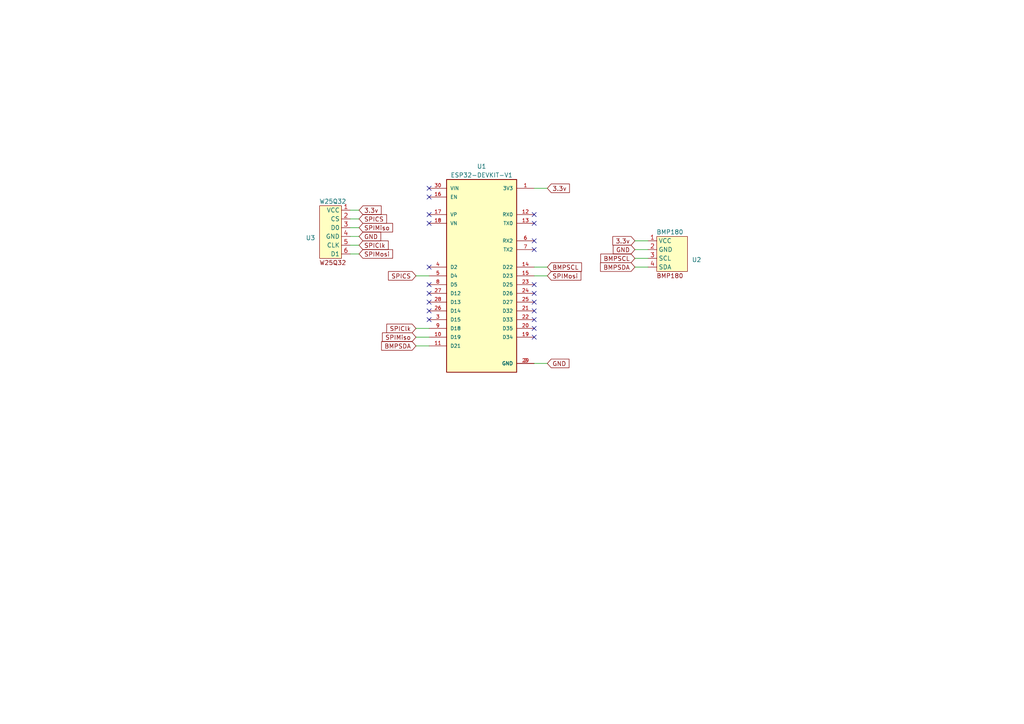
<source format=kicad_sch>
(kicad_sch (version 20230121) (generator eeschema)

  (uuid dfc17b42-3f68-4c36-889f-a163e1b4a301)

  (paper "A4")

  (title_block
    (title "Altímetro ")
    (date "2023-03-17")
    (rev "00")
    (company "Potiguar Rocket Design")
    (comment 1 "Renan de Aquino")
  )

  (lib_symbols
    (symbol "BMP180_1" (in_bom yes) (on_board yes)
      (property "Reference" "U" (at 0 6.35 0)
        (effects (font (size 1.27 1.27)))
      )
      (property "Value" "" (at -5.08 3.81 0)
        (effects (font (size 1.27 1.27)))
      )
      (property "Footprint" "" (at -5.08 3.81 0)
        (effects (font (size 1.27 1.27)) hide)
      )
      (property "Datasheet" "" (at -5.08 3.81 0)
        (effects (font (size 1.27 1.27)) hide)
      )
      (symbol "BMP180_1_0_1"
        (rectangle (start -2.54 5.08) (end 6.35 -5.08)
          (stroke (width 0) (type default))
          (fill (type background))
        )
        (text "BMP180" (at 1.27 -6.35 0)
          (effects (font (size 1.27 1.27)))
        )
      )
      (symbol "BMP180_1_1_1"
        (pin input line (at -5.08 3.81 0) (length 2.54)
          (name "VCC" (effects (font (size 1.27 1.27))))
          (number "1" (effects (font (size 1.27 1.27))))
        )
        (pin input line (at -5.08 1.27 0) (length 2.54)
          (name "GND" (effects (font (size 1.27 1.27))))
          (number "2" (effects (font (size 1.27 1.27))))
        )
        (pin input line (at -5.08 -1.27 0) (length 2.54)
          (name "SCL" (effects (font (size 1.27 1.27))))
          (number "3" (effects (font (size 1.27 1.27))))
        )
        (pin input line (at -5.08 -3.81 0) (length 2.54)
          (name "SDA" (effects (font (size 1.27 1.27))))
          (number "4" (effects (font (size 1.27 1.27))))
        )
      )
    )
    (symbol "ESP32-DEVKIT-V1_1" (pin_names (offset 1.016)) (in_bom yes) (on_board yes)
      (property "Reference" "U" (at -1.27 36.83 0)
        (effects (font (size 1.27 1.27)) (justify left top))
      )
      (property "Value" "ESP32-DEVKIT-V1" (at -10.16 -30.48 0)
        (effects (font (size 1.27 1.27)) (justify left bottom))
      )
      (property "Footprint" "MODULE_ESP32_DEVKIT_V1" (at 0 31.75 0)
        (effects (font (size 1.27 1.27)) (justify bottom) hide)
      )
      (property "Datasheet" "" (at 0 0 0)
        (effects (font (size 1.27 1.27)) hide)
      )
      (property "STANDARD" "Manufacturer Recommendations" (at 0 -35.56 0)
        (effects (font (size 1.27 1.27)) (justify bottom) hide)
      )
      (property "MAXIMUM_PACKAGE_HEIGHT" "6.8 mm" (at 7.62 -38.1 0)
        (effects (font (size 1.27 1.27)) (justify bottom) hide)
      )
      (property "PARTREV" "N/A" (at 0 39.37 0)
        (effects (font (size 1.27 1.27)) (justify bottom) hide)
      )
      (property "MANUFACTURER" "DOIT" (at -3.81 -38.1 0)
        (effects (font (size 1.27 1.27)) (justify bottom) hide)
      )
      (symbol "ESP32-DEVKIT-V1_1_0_0"
        (rectangle (start -10.16 27.94) (end 10.16 -27.94)
          (stroke (width 0.254) (type default))
          (fill (type background))
        )
        (pin output line (at 15.24 25.4 180) (length 5.08)
          (name "3V3" (effects (font (size 1.016 1.016))))
          (number "1" (effects (font (size 1.016 1.016))))
        )
        (pin bidirectional line (at -15.24 -17.78 0) (length 5.08)
          (name "D19" (effects (font (size 1.016 1.016))))
          (number "10" (effects (font (size 1.016 1.016))))
        )
        (pin bidirectional line (at -15.24 -20.32 0) (length 5.08)
          (name "D21" (effects (font (size 1.016 1.016))))
          (number "11" (effects (font (size 1.016 1.016))))
        )
        (pin input line (at 15.24 17.78 180) (length 5.08)
          (name "RX0" (effects (font (size 1.016 1.016))))
          (number "12" (effects (font (size 1.016 1.016))))
        )
        (pin output line (at 15.24 15.24 180) (length 5.08)
          (name "TX0" (effects (font (size 1.016 1.016))))
          (number "13" (effects (font (size 1.016 1.016))))
        )
        (pin bidirectional line (at 15.24 2.54 180) (length 5.08)
          (name "D22" (effects (font (size 1.016 1.016))))
          (number "14" (effects (font (size 1.016 1.016))))
        )
        (pin bidirectional line (at 15.24 0 180) (length 5.08)
          (name "D23" (effects (font (size 1.016 1.016))))
          (number "15" (effects (font (size 1.016 1.016))))
        )
        (pin input line (at -15.24 22.86 0) (length 5.08)
          (name "EN" (effects (font (size 1.016 1.016))))
          (number "16" (effects (font (size 1.016 1.016))))
        )
        (pin bidirectional line (at -15.24 17.78 0) (length 5.08)
          (name "VP" (effects (font (size 1.016 1.016))))
          (number "17" (effects (font (size 1.016 1.016))))
        )
        (pin bidirectional line (at -15.24 15.24 0) (length 5.08)
          (name "VN" (effects (font (size 1.016 1.016))))
          (number "18" (effects (font (size 1.016 1.016))))
        )
        (pin bidirectional line (at 15.24 -17.78 180) (length 5.08)
          (name "D34" (effects (font (size 1.016 1.016))))
          (number "19" (effects (font (size 1.016 1.016))))
        )
        (pin power_in line (at 15.24 -25.4 180) (length 5.08)
          (name "GND" (effects (font (size 1.016 1.016))))
          (number "2" (effects (font (size 1.016 1.016))))
        )
        (pin bidirectional line (at 15.24 -15.24 180) (length 5.08)
          (name "D35" (effects (font (size 1.016 1.016))))
          (number "20" (effects (font (size 1.016 1.016))))
        )
        (pin bidirectional line (at 15.24 -10.16 180) (length 5.08)
          (name "D32" (effects (font (size 1.016 1.016))))
          (number "21" (effects (font (size 1.016 1.016))))
        )
        (pin bidirectional line (at 15.24 -12.7 180) (length 5.08)
          (name "D33" (effects (font (size 1.016 1.016))))
          (number "22" (effects (font (size 1.016 1.016))))
        )
        (pin bidirectional line (at 15.24 -2.54 180) (length 5.08)
          (name "D25" (effects (font (size 1.016 1.016))))
          (number "23" (effects (font (size 1.016 1.016))))
        )
        (pin bidirectional line (at 15.24 -5.08 180) (length 5.08)
          (name "D26" (effects (font (size 1.016 1.016))))
          (number "24" (effects (font (size 1.016 1.016))))
        )
        (pin bidirectional line (at 15.24 -7.62 180) (length 5.08)
          (name "D27" (effects (font (size 1.016 1.016))))
          (number "25" (effects (font (size 1.016 1.016))))
        )
        (pin bidirectional line (at -15.24 -10.16 0) (length 5.08)
          (name "D14" (effects (font (size 1.016 1.016))))
          (number "26" (effects (font (size 1.016 1.016))))
        )
        (pin bidirectional line (at -15.24 -5.08 0) (length 5.08)
          (name "D12" (effects (font (size 1.016 1.016))))
          (number "27" (effects (font (size 1.016 1.016))))
        )
        (pin bidirectional line (at -15.24 -7.62 0) (length 5.08)
          (name "D13" (effects (font (size 1.016 1.016))))
          (number "28" (effects (font (size 1.016 1.016))))
        )
        (pin power_in line (at 15.24 -25.4 180) (length 5.08)
          (name "GND" (effects (font (size 1.016 1.016))))
          (number "29" (effects (font (size 1.016 1.016))))
        )
        (pin bidirectional line (at -15.24 -12.7 0) (length 5.08)
          (name "D15" (effects (font (size 1.016 1.016))))
          (number "3" (effects (font (size 1.016 1.016))))
        )
        (pin input line (at -15.24 25.4 0) (length 5.08)
          (name "VIN" (effects (font (size 1.016 1.016))))
          (number "30" (effects (font (size 1.016 1.016))))
        )
        (pin bidirectional line (at -15.24 2.54 0) (length 5.08)
          (name "D2" (effects (font (size 1.016 1.016))))
          (number "4" (effects (font (size 1.016 1.016))))
        )
        (pin bidirectional line (at -15.24 0 0) (length 5.08)
          (name "D4" (effects (font (size 1.016 1.016))))
          (number "5" (effects (font (size 1.016 1.016))))
        )
        (pin input line (at 15.24 10.16 180) (length 5.08)
          (name "RX2" (effects (font (size 1.016 1.016))))
          (number "6" (effects (font (size 1.016 1.016))))
        )
        (pin output line (at 15.24 7.62 180) (length 5.08)
          (name "TX2" (effects (font (size 1.016 1.016))))
          (number "7" (effects (font (size 1.016 1.016))))
        )
        (pin bidirectional line (at -15.24 -2.54 0) (length 5.08)
          (name "D5" (effects (font (size 1.016 1.016))))
          (number "8" (effects (font (size 1.016 1.016))))
        )
        (pin bidirectional line (at -15.24 -15.24 0) (length 5.08)
          (name "D18" (effects (font (size 1.016 1.016))))
          (number "9" (effects (font (size 1.016 1.016))))
        )
      )
    )
    (symbol "W25Q32_1" (in_bom yes) (on_board yes)
      (property "Reference" "U" (at 0 5.08 0)
        (effects (font (size 1.27 1.27)))
      )
      (property "Value" "" (at 0 0 0)
        (effects (font (size 1.27 1.27)))
      )
      (property "Footprint" "" (at 0 0 0)
        (effects (font (size 1.27 1.27)) hide)
      )
      (property "Datasheet" "" (at 0 0 0)
        (effects (font (size 1.27 1.27)) hide)
      )
      (symbol "W25Q32_1_0_1"
        (rectangle (start 1.27 3.81) (end 7.62 -11.43)
          (stroke (width 0) (type default))
          (fill (type background))
        )
        (text "W25Q32" (at 3.81 -12.7 0)
          (effects (font (size 1.27 1.27)))
        )
      )
      (symbol "W25Q32_1_1_1"
        (pin input line (at -1.27 2.54 0) (length 2.54)
          (name "VCC" (effects (font (size 1.27 1.27))))
          (number "1" (effects (font (size 1.27 1.27))))
        )
        (pin input line (at -1.27 0 0) (length 2.54)
          (name "CS" (effects (font (size 1.27 1.27))))
          (number "2" (effects (font (size 1.27 1.27))))
        )
        (pin input line (at -1.27 -2.54 0) (length 2.54)
          (name "D0" (effects (font (size 1.27 1.27))))
          (number "3" (effects (font (size 1.27 1.27))))
        )
        (pin input line (at -1.27 -5.08 0) (length 2.54)
          (name "GND" (effects (font (size 1.27 1.27))))
          (number "4" (effects (font (size 1.27 1.27))))
        )
        (pin input line (at -1.27 -7.62 0) (length 2.54)
          (name "CLK" (effects (font (size 1.27 1.27))))
          (number "5" (effects (font (size 1.27 1.27))))
        )
        (pin input line (at -1.27 -10.16 0) (length 2.54)
          (name "D1" (effects (font (size 1.27 1.27))))
          (number "6" (effects (font (size 1.27 1.27))))
        )
      )
    )
  )


  (no_connect (at 124.46 85.09) (uuid 03036451-7ee9-4219-8a97-37a95cd4119d))
  (no_connect (at 154.94 82.55) (uuid 09a6e000-11a0-4cc3-9f6e-2af5a0917224))
  (no_connect (at 124.46 87.63) (uuid 16e3021a-d099-4c85-8daf-eaef6aa60dd5))
  (no_connect (at 154.94 97.79) (uuid 3279d5ba-d6dd-4ff7-a89b-e3c5d3366992))
  (no_connect (at 154.94 87.63) (uuid 44944788-bfed-435c-b2ab-7ebda509e2db))
  (no_connect (at 154.94 64.77) (uuid 47aa3e0d-b253-4c3d-82b9-b26784facc52))
  (no_connect (at 154.94 90.17) (uuid 66bca95a-b43a-4563-a882-a92951e3b38a))
  (no_connect (at 154.94 72.39) (uuid 7c8836a9-6003-42d4-ae0e-b33160c822b5))
  (no_connect (at 124.46 90.17) (uuid 8486dd27-ebca-4150-9b0b-bdb8fe8d7972))
  (no_connect (at 154.94 85.09) (uuid 9c6f7b87-8516-4ef3-89cb-a53e994bd47f))
  (no_connect (at 124.46 92.71) (uuid 9fac59bf-e02d-4f0f-8cb5-313038371caa))
  (no_connect (at 124.46 62.23) (uuid a07d0231-089f-485f-8418-f95110a48a46))
  (no_connect (at 124.46 82.55) (uuid a0db8d05-cf96-4f21-a1cc-9f24c36de5c5))
  (no_connect (at 154.94 62.23) (uuid a2c71d99-0e8d-44e3-8054-168413afe457))
  (no_connect (at 124.46 64.77) (uuid aa4ec6bd-f409-46fd-ae6c-4588f14cf58e))
  (no_connect (at 154.94 69.85) (uuid d4ac17fa-db16-4cbf-93b9-75e639ad0efe))
  (no_connect (at 124.46 57.15) (uuid db30cadd-a1a4-488c-b890-7d2cbd9b3829))
  (no_connect (at 154.94 95.25) (uuid ddda7e3e-1ff9-452a-8a3a-561649079ad7))
  (no_connect (at 124.46 54.61) (uuid e9d4af67-66f3-4572-b894-5720d2136e7c))
  (no_connect (at 124.46 77.47) (uuid fbff5890-e4ba-46fc-830a-1ea07a56bbab))
  (no_connect (at 154.94 92.71) (uuid ff1f07d9-14d7-46e8-86fc-b63a70008fde))

  (wire (pts (xy 120.65 97.79) (xy 124.46 97.79))
    (stroke (width 0) (type default))
    (uuid 00601d8b-b9d9-40c2-bc90-347807e8ceea)
  )
  (wire (pts (xy 120.65 100.33) (xy 124.46 100.33))
    (stroke (width 0) (type default))
    (uuid 0de656e6-8ff3-49e4-a389-37c866d2d551)
  )
  (wire (pts (xy 184.15 72.39) (xy 187.96 72.39))
    (stroke (width 0) (type default))
    (uuid 161bd526-309c-445b-b521-f090e6b786f1)
  )
  (wire (pts (xy 154.94 80.01) (xy 158.75 80.01))
    (stroke (width 0) (type default))
    (uuid 17fdb60c-e1fb-4624-9da4-e9d9619eb375)
  )
  (wire (pts (xy 120.65 80.01) (xy 124.46 80.01))
    (stroke (width 0) (type default))
    (uuid 306ca229-b059-414e-838e-d24c0da636ca)
  )
  (wire (pts (xy 101.6 66.04) (xy 104.14 66.04))
    (stroke (width 0) (type default))
    (uuid 3c58195b-2584-49a7-a828-1b9a39835429)
  )
  (wire (pts (xy 184.15 69.85) (xy 187.96 69.85))
    (stroke (width 0) (type default))
    (uuid 40e8ac3f-ce0e-43ee-a32f-1f74be93873c)
  )
  (wire (pts (xy 101.6 63.5) (xy 104.14 63.5))
    (stroke (width 0) (type default))
    (uuid 6e20bd3e-6f6e-42f1-beb0-04e1a33f0e1a)
  )
  (wire (pts (xy 101.6 71.12) (xy 104.14 71.12))
    (stroke (width 0) (type default))
    (uuid 7f6028ae-33e3-4daa-9220-da15eab613a5)
  )
  (wire (pts (xy 101.6 60.96) (xy 104.14 60.96))
    (stroke (width 0) (type default))
    (uuid 9bb655f4-6b2d-445a-b756-4f3c6275df5b)
  )
  (wire (pts (xy 101.6 68.58) (xy 104.14 68.58))
    (stroke (width 0) (type default))
    (uuid a04d52fd-a923-430c-b73a-678a884a6da9)
  )
  (wire (pts (xy 184.15 77.47) (xy 187.96 77.47))
    (stroke (width 0) (type default))
    (uuid a9e20ef5-530f-493a-9832-18c797422fbd)
  )
  (wire (pts (xy 120.65 95.25) (xy 124.46 95.25))
    (stroke (width 0) (type default))
    (uuid d8ecf6c2-30a7-4972-99c9-9c569dea74e4)
  )
  (wire (pts (xy 184.15 74.93) (xy 187.96 74.93))
    (stroke (width 0) (type default))
    (uuid e688c0ed-2286-497d-b4bd-e8c6da859d19)
  )
  (wire (pts (xy 154.94 105.41) (xy 158.75 105.41))
    (stroke (width 0) (type default))
    (uuid e9a6d6a9-eefa-44fb-888a-dffc61a3c976)
  )
  (wire (pts (xy 154.94 77.47) (xy 158.75 77.47))
    (stroke (width 0) (type default))
    (uuid f52c898a-f39f-42c8-bd64-1948ae224165)
  )
  (wire (pts (xy 154.94 54.61) (xy 158.75 54.61))
    (stroke (width 0) (type default))
    (uuid fcc7ce18-018d-46ce-afaf-3ce4ebb66a1b)
  )
  (wire (pts (xy 101.6 73.66) (xy 104.14 73.66))
    (stroke (width 0) (type default))
    (uuid fe313ccf-2606-45c0-a5fb-8b6520843ddc)
  )

  (global_label "SPIMosi" (shape input) (at 158.75 80.01 0) (fields_autoplaced)
    (effects (font (size 1.27 1.27)) (justify left))
    (uuid 0027181a-e7ee-4a8a-9259-36c150165baa)
    (property "Intersheetrefs" "${INTERSHEET_REFS}" (at 168.4807 79.9306 0)
      (effects (font (size 1.27 1.27)) (justify left) hide)
    )
  )
  (global_label "3.3v" (shape input) (at 104.14 60.96 0) (fields_autoplaced)
    (effects (font (size 1.27 1.27)) (justify left))
    (uuid 1278f86d-953d-4199-9143-e95daea16488)
    (property "Intersheetrefs" "${INTERSHEET_REFS}" (at 110.5445 60.8806 0)
      (effects (font (size 1.27 1.27)) (justify left) hide)
    )
  )
  (global_label "BMPSDA" (shape input) (at 120.65 100.33 180) (fields_autoplaced)
    (effects (font (size 1.27 1.27)) (justify right))
    (uuid 143dd477-306a-4155-83b5-e3073223ecba)
    (property "Intersheetrefs" "${INTERSHEET_REFS}" (at 110.6774 100.2506 0)
      (effects (font (size 1.27 1.27)) (justify right) hide)
    )
  )
  (global_label "GND" (shape input) (at 158.75 105.41 0) (fields_autoplaced)
    (effects (font (size 1.27 1.27)) (justify left))
    (uuid 30a78450-c79a-4e32-bbef-be70440809ff)
    (property "Intersheetrefs" "${INTERSHEET_REFS}" (at 165.0336 105.3306 0)
      (effects (font (size 1.27 1.27)) (justify left) hide)
    )
  )
  (global_label "SPIClk" (shape input) (at 104.14 71.12 0) (fields_autoplaced)
    (effects (font (size 1.27 1.27)) (justify left))
    (uuid 3d5beb25-6811-4f60-be23-ad8a1e7d1de4)
    (property "Intersheetrefs" "${INTERSHEET_REFS}" (at 112.6007 71.0406 0)
      (effects (font (size 1.27 1.27)) (justify left) hide)
    )
  )
  (global_label "SPIMiso" (shape input) (at 104.14 66.04 0) (fields_autoplaced)
    (effects (font (size 1.27 1.27)) (justify left))
    (uuid 5dda16a0-a6b1-49c3-8c32-f1aa12fca6a0)
    (property "Intersheetrefs" "${INTERSHEET_REFS}" (at 113.8707 65.9606 0)
      (effects (font (size 1.27 1.27)) (justify left) hide)
    )
  )
  (global_label "SPIClk" (shape input) (at 120.65 95.25 180) (fields_autoplaced)
    (effects (font (size 1.27 1.27)) (justify right))
    (uuid 66e7281c-9144-4ce4-bb38-74949bd8da8f)
    (property "Intersheetrefs" "${INTERSHEET_REFS}" (at 112.1893 95.3294 0)
      (effects (font (size 1.27 1.27)) (justify right) hide)
    )
  )
  (global_label "SPICS" (shape input) (at 104.14 63.5 0) (fields_autoplaced)
    (effects (font (size 1.27 1.27)) (justify left))
    (uuid 71c8afd9-cadc-4454-8655-6084a1ac431d)
    (property "Intersheetrefs" "${INTERSHEET_REFS}" (at 112.1169 63.4206 0)
      (effects (font (size 1.27 1.27)) (justify left) hide)
    )
  )
  (global_label "3.3v" (shape input) (at 158.75 54.61 0) (fields_autoplaced)
    (effects (font (size 1.27 1.27)) (justify left))
    (uuid 7b0348f4-f888-47f0-aef8-f2146dcd1a11)
    (property "Intersheetrefs" "${INTERSHEET_REFS}" (at 165.1545 54.5306 0)
      (effects (font (size 1.27 1.27)) (justify left) hide)
    )
  )
  (global_label "BMPSCL" (shape input) (at 184.15 74.93 180) (fields_autoplaced)
    (effects (font (size 1.27 1.27)) (justify right))
    (uuid 898e8135-778e-41e7-8d8e-57c809402c9a)
    (property "Intersheetrefs" "${INTERSHEET_REFS}" (at 174.2379 74.8506 0)
      (effects (font (size 1.27 1.27)) (justify right) hide)
    )
  )
  (global_label "BMPSDA" (shape input) (at 184.15 77.47 180) (fields_autoplaced)
    (effects (font (size 1.27 1.27)) (justify right))
    (uuid 90744705-45e8-4494-9576-060c97cbf8e5)
    (property "Intersheetrefs" "${INTERSHEET_REFS}" (at 174.1774 77.3906 0)
      (effects (font (size 1.27 1.27)) (justify right) hide)
    )
  )
  (global_label "BMPSCL" (shape input) (at 158.75 77.47 0) (fields_autoplaced)
    (effects (font (size 1.27 1.27)) (justify left))
    (uuid 97b198da-4826-437b-b174-b8dbee5256a7)
    (property "Intersheetrefs" "${INTERSHEET_REFS}" (at 168.6621 77.5494 0)
      (effects (font (size 1.27 1.27)) (justify left) hide)
    )
  )
  (global_label "SPICS" (shape input) (at 120.65 80.01 180) (fields_autoplaced)
    (effects (font (size 1.27 1.27)) (justify right))
    (uuid 9bc61814-41c2-4940-904e-42aa513f8cde)
    (property "Intersheetrefs" "${INTERSHEET_REFS}" (at 112.6731 80.0894 0)
      (effects (font (size 1.27 1.27)) (justify right) hide)
    )
  )
  (global_label "GND" (shape input) (at 184.15 72.39 180) (fields_autoplaced)
    (effects (font (size 1.27 1.27)) (justify right))
    (uuid bcccfeb6-a370-462a-a2a3-2d22bfc36dcc)
    (property "Intersheetrefs" "${INTERSHEET_REFS}" (at 177.8664 72.4694 0)
      (effects (font (size 1.27 1.27)) (justify right) hide)
    )
  )
  (global_label "3.3v" (shape input) (at 184.15 69.85 180) (fields_autoplaced)
    (effects (font (size 1.27 1.27)) (justify right))
    (uuid be428ada-9b1d-47f2-a477-63e972415218)
    (property "Intersheetrefs" "${INTERSHEET_REFS}" (at 177.7455 69.9294 0)
      (effects (font (size 1.27 1.27)) (justify right) hide)
    )
  )
  (global_label "SPIMosi" (shape input) (at 104.14 73.66 0) (fields_autoplaced)
    (effects (font (size 1.27 1.27)) (justify left))
    (uuid c2f27ee8-5077-4902-96f6-3f0d573d3bd8)
    (property "Intersheetrefs" "${INTERSHEET_REFS}" (at 113.8707 73.5806 0)
      (effects (font (size 1.27 1.27)) (justify left) hide)
    )
  )
  (global_label "SPIMiso" (shape input) (at 120.65 97.79 180) (fields_autoplaced)
    (effects (font (size 1.27 1.27)) (justify right))
    (uuid f18bbaa5-21f7-46a8-97f6-004f5b7839a3)
    (property "Intersheetrefs" "${INTERSHEET_REFS}" (at 110.9193 97.8694 0)
      (effects (font (size 1.27 1.27)) (justify right) hide)
    )
  )
  (global_label "GND" (shape input) (at 104.14 68.58 0) (fields_autoplaced)
    (effects (font (size 1.27 1.27)) (justify left))
    (uuid f66a1a72-c065-472e-b04a-7508c8204d15)
    (property "Intersheetrefs" "${INTERSHEET_REFS}" (at 110.4236 68.5006 0)
      (effects (font (size 1.27 1.27)) (justify left) hide)
    )
  )

  (symbol (lib_name "ESP32-DEVKIT-V1_1") (lib_id "ESP32-DEVKIT-V1:ESP32-DEVKIT-V1") (at 139.7 80.01 0) (unit 1)
    (in_bom yes) (on_board yes) (dnp no) (fields_autoplaced)
    (uuid 5ac77135-7ea7-4e7c-9f5d-2b650a28077c)
    (property "Reference" "U1" (at 139.7 48.26 0)
      (effects (font (size 1.27 1.27)))
    )
    (property "Value" "ESP32-DEVKIT-V1" (at 139.7 50.8 0)
      (effects (font (size 1.27 1.27)))
    )
    (property "Footprint" "componentes_altprd:MODULE_ESP32_DEVKIT_V1" (at 139.7 48.26 0)
      (effects (font (size 1.27 1.27)) (justify bottom) hide)
    )
    (property "Datasheet" "" (at 139.7 80.01 0)
      (effects (font (size 1.27 1.27)) hide)
    )
    (property "STANDARD" "Manufacturer Recommendations" (at 139.7 115.57 0)
      (effects (font (size 1.27 1.27)) (justify bottom) hide)
    )
    (property "MAXIMUM_PACKAGE_HEIGHT" "6.8 mm" (at 147.32 118.11 0)
      (effects (font (size 1.27 1.27)) (justify bottom) hide)
    )
    (property "PARTREV" "N/A" (at 139.7 40.64 0)
      (effects (font (size 1.27 1.27)) (justify bottom) hide)
    )
    (property "MANUFACTURER" "DOIT" (at 135.89 118.11 0)
      (effects (font (size 1.27 1.27)) (justify bottom) hide)
    )
    (pin "1" (uuid bdad7bc4-8a97-48e1-97bb-76432bf06d2f))
    (pin "10" (uuid ede02ff2-3111-4d1f-b5c7-5b73f963549c))
    (pin "11" (uuid 97f0de41-639d-41fc-8670-094fa37d3fe6))
    (pin "12" (uuid 00cff2f4-2bc9-4c58-a901-239b986e4e26))
    (pin "13" (uuid db896a90-5d5e-4f8f-8e25-2a3b5dd04680))
    (pin "14" (uuid 9c709663-e32f-4beb-9b16-6d7127cd3dfd))
    (pin "15" (uuid 2bf70d7e-f5ce-4b4d-b28b-8d7ba37acc3b))
    (pin "16" (uuid 66767305-8666-4145-8d77-7382d247dfbd))
    (pin "17" (uuid b610e3d5-6106-4e29-be8c-6578079279f5))
    (pin "18" (uuid 221f6240-a99a-4d4d-a78a-64c84675beec))
    (pin "19" (uuid 74a8609b-ad8f-4101-89b6-57f2a181a3af))
    (pin "2" (uuid 96b550f0-1bec-4d8a-a72a-561cd6e8c9ba))
    (pin "20" (uuid d71b22d1-1581-4d8c-b1d8-f64388fdd1cd))
    (pin "21" (uuid 3c94b430-bdc0-4689-bc6b-9cff260588d7))
    (pin "22" (uuid 257e9e0e-bdb9-4302-9674-48338c6003b4))
    (pin "23" (uuid 76ae3b26-f409-4908-ac80-0125ad20c11b))
    (pin "24" (uuid 94e62a7a-eb8d-453a-afe1-355496fec104))
    (pin "25" (uuid 847d19e7-4d0b-4019-ba31-da1854f4bb73))
    (pin "26" (uuid c99751c1-e7ae-472f-b911-98c7feab0825))
    (pin "27" (uuid cf27f3ec-791b-4bb1-8cff-e11030e56a40))
    (pin "28" (uuid b877d89e-5e3e-4ec9-9b1c-506b1efd05af))
    (pin "29" (uuid 30e039ad-deae-43c7-84ae-740e891f1141))
    (pin "3" (uuid 33382911-648f-4a1e-9356-e7c92e5a4aa7))
    (pin "30" (uuid 5b5083c6-7fa3-401f-97ea-8295589f6c14))
    (pin "4" (uuid 5d89a49a-ab26-48ec-9a64-0c0248f58278))
    (pin "5" (uuid 22b1a3f6-60ee-46b5-a81f-6508a688d8e4))
    (pin "6" (uuid e40bb840-358e-4863-9269-037929188681))
    (pin "7" (uuid 3ef7e2ad-799d-41f1-805e-86307f2633e0))
    (pin "8" (uuid f3a8cf1c-c234-47fc-9b58-ca4eaeb57efc))
    (pin "9" (uuid 1926c1fb-8a55-4ad8-a3bf-2a8d90c167b1))
    (instances
      (project "AltPRDv0"
        (path "/dfc17b42-3f68-4c36-889f-a163e1b4a301"
          (reference "U1") (unit 1)
        )
      )
    )
  )

  (symbol (lib_name "W25Q32_1") (lib_id "componentes_altprd:W25Q32") (at 100.33 63.5 0) (mirror y) (unit 1)
    (in_bom yes) (on_board yes) (dnp no)
    (uuid 69757b17-c881-4ed8-855c-407dbbfb4844)
    (property "Reference" "U3" (at 91.44 68.9967 0)
      (effects (font (size 1.27 1.27)) (justify left))
    )
    (property "Value" "W25Q32" (at 96.52 58.42 0)
      (effects (font (size 1.27 1.27)))
    )
    (property "Footprint" "componentes_altprd:W25Q32" (at 100.33 63.5 0)
      (effects (font (size 1.27 1.27)) hide)
    )
    (property "Datasheet" "" (at 100.33 63.5 0)
      (effects (font (size 1.27 1.27)) hide)
    )
    (pin "1" (uuid f43a32f7-67fa-41a1-ae1d-ab5dd5918838))
    (pin "2" (uuid 21b240cf-dbb9-4079-8128-93a811a5756b))
    (pin "3" (uuid 42335423-f408-4fe5-b51f-08adfddef761))
    (pin "4" (uuid 5ae7381c-d900-4444-9bfc-109d78033604))
    (pin "5" (uuid 549acb96-3119-4280-8e59-d94d896cc56b))
    (pin "6" (uuid 1ffc19f6-fb62-4f10-8bf2-d593686d3baa))
    (instances
      (project "AltPRDv0"
        (path "/dfc17b42-3f68-4c36-889f-a163e1b4a301"
          (reference "U3") (unit 1)
        )
      )
    )
  )

  (symbol (lib_name "BMP180_1") (lib_id "componentes_altprd:BMP180") (at 193.04 73.66 0) (unit 1)
    (in_bom yes) (on_board yes) (dnp no)
    (uuid 95aaf00e-c5e7-45e1-8538-b14a06168c5a)
    (property "Reference" "U2" (at 200.66 75.3467 0)
      (effects (font (size 1.27 1.27)) (justify left))
    )
    (property "Value" "BMP180" (at 194.31 67.31 0)
      (effects (font (size 1.27 1.27)))
    )
    (property "Footprint" "componentes_altprd:BMP180" (at 187.96 69.85 0)
      (effects (font (size 1.27 1.27)) hide)
    )
    (property "Datasheet" "" (at 187.96 69.85 0)
      (effects (font (size 1.27 1.27)) hide)
    )
    (pin "1" (uuid f03b388a-058e-49dc-8fe1-56d437ce1be9))
    (pin "2" (uuid 7244d162-4d4b-4400-a11c-acded8a90ef1))
    (pin "3" (uuid a6e506a7-8620-4824-9651-eb08c002ad57))
    (pin "4" (uuid cabce7f5-4aec-4206-b043-e5cf1c3e3b9e))
    (instances
      (project "AltPRDv0"
        (path "/dfc17b42-3f68-4c36-889f-a163e1b4a301"
          (reference "U2") (unit 1)
        )
      )
    )
  )

  (sheet_instances
    (path "/" (page "1"))
  )
)

</source>
